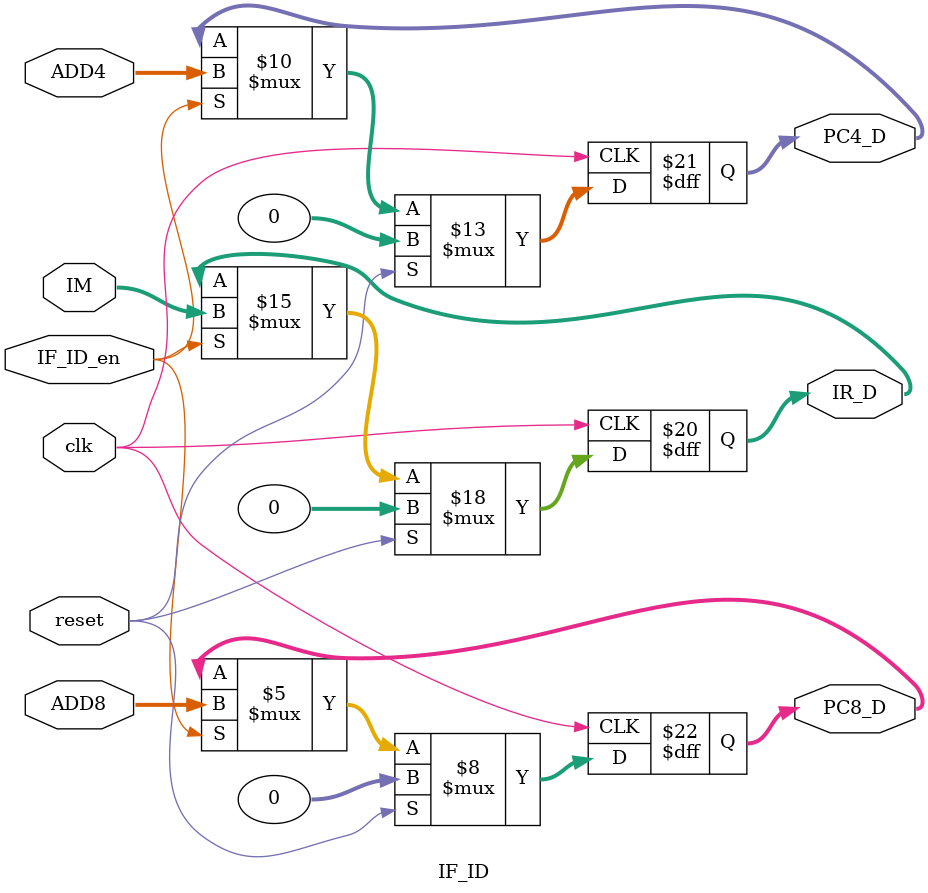
<source format=v>
`timescale 1ns / 1ps
module IF_ID(
	 input clk,
	 input reset,
	 input [31:0] ADD4,
	 input [31:0] ADD8,
	 input [31:0] IM,
	 input IF_ID_en,
	 output reg [31:0] IR_D,
	 output reg [31:0] PC4_D,
	 output reg [31:0] PC8_D
    );
	 initial
	 begin
		IR_D = 0;
		PC4_D = 0;
		PC8_D = 0;
	 end
	 always @(posedge clk)
	 begin
		if(reset==1)
		begin
			IR_D <= 0;
			PC4_D <= 0;
			PC8_D <= 0;
		end
		else
		begin
			if(IF_ID_en==1)
			begin
				IR_D <= IM;
				PC4_D <= ADD4;
				PC8_D <= ADD8;
			end
		end
	 end
endmodule

</source>
